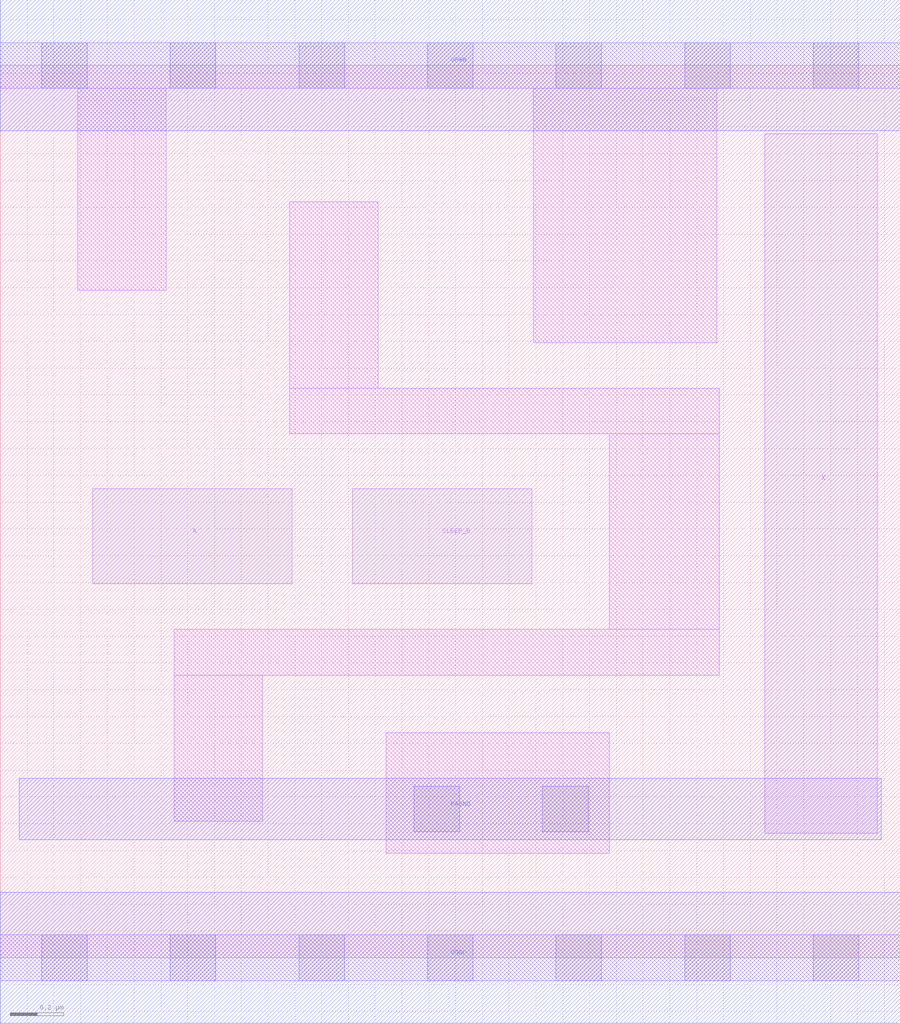
<source format=lef>
# Copyright 2020 The SkyWater PDK Authors
#
# Licensed under the Apache License, Version 2.0 (the "License");
# you may not use this file except in compliance with the License.
# You may obtain a copy of the License at
#
#     https://www.apache.org/licenses/LICENSE-2.0
#
# Unless required by applicable law or agreed to in writing, software
# distributed under the License is distributed on an "AS IS" BASIS,
# WITHOUT WARRANTIES OR CONDITIONS OF ANY KIND, either express or implied.
# See the License for the specific language governing permissions and
# limitations under the License.
#
# SPDX-License-Identifier: Apache-2.0

VERSION 5.7 ;
  NOWIREEXTENSIONATPIN ON ;
  DIVIDERCHAR "/" ;
  BUSBITCHARS "[]" ;
UNITS
  DATABASE MICRONS 200 ;
END UNITS
MACRO sky130_fd_sc_lp__iso0n_lp
  CLASS CORE ;
  FOREIGN sky130_fd_sc_lp__iso0n_lp ;
  ORIGIN  0.000000  0.000000 ;
  SIZE  3.360000 BY  3.330000 ;
  SYMMETRY X Y R90 ;
  SITE unit ;
  PIN A
    ANTENNAGATEAREA  0.189000 ;
    DIRECTION INPUT ;
    USE SIGNAL ;
    PORT
      LAYER li1 ;
        RECT 0.345000 1.395000 1.090000 1.750000 ;
    END
  END A
  PIN SLEEP_B
    ANTENNAGATEAREA  0.189000 ;
    DIRECTION INPUT ;
    USE SIGNAL ;
    PORT
      LAYER li1 ;
        RECT 1.315000 1.395000 1.985000 1.750000 ;
    END
  END SLEEP_B
  PIN X
    ANTENNADIFFAREA  0.445200 ;
    DIRECTION OUTPUT ;
    USE SIGNAL ;
    PORT
      LAYER li1 ;
        RECT 2.855000 0.465000 3.275000 3.075000 ;
    END
  END X
  PIN KAGND
    USE GROUND ;
    PORT
      LAYER met1 ;
        RECT 0.070000 0.440000 3.290000 0.670000 ;
    END
  END KAGND
  PIN VGND
    DIRECTION INOUT ;
    USE GROUND ;
    PORT
      LAYER met1 ;
        RECT 0.000000 -0.245000 3.360000 0.245000 ;
    END
  END VGND
  PIN VPWR
    DIRECTION INOUT ;
    USE POWER ;
    PORT
      LAYER met1 ;
        RECT 0.000000 3.085000 3.360000 3.575000 ;
    END
  END VPWR
  OBS
    LAYER li1 ;
      RECT 0.000000 -0.085000 3.360000 0.085000 ;
      RECT 0.000000  3.245000 3.360000 3.415000 ;
      RECT 0.290000  2.490000 0.620000 3.245000 ;
      RECT 0.650000  0.510000 0.980000 1.055000 ;
      RECT 0.650000  1.055000 2.685000 1.225000 ;
      RECT 1.080000  1.955000 2.685000 2.125000 ;
      RECT 1.080000  2.125000 1.410000 2.820000 ;
      RECT 1.440000  0.390000 2.275000 0.840000 ;
      RECT 1.990000  2.295000 2.675000 3.245000 ;
      RECT 2.275000  1.225000 2.685000 1.955000 ;
    LAYER mcon ;
      RECT 0.155000 -0.085000 0.325000 0.085000 ;
      RECT 0.155000  3.245000 0.325000 3.415000 ;
      RECT 0.635000 -0.085000 0.805000 0.085000 ;
      RECT 0.635000  3.245000 0.805000 3.415000 ;
      RECT 1.115000 -0.085000 1.285000 0.085000 ;
      RECT 1.115000  3.245000 1.285000 3.415000 ;
      RECT 1.545000  0.470000 1.715000 0.640000 ;
      RECT 1.595000 -0.085000 1.765000 0.085000 ;
      RECT 1.595000  3.245000 1.765000 3.415000 ;
      RECT 2.025000  0.470000 2.195000 0.640000 ;
      RECT 2.075000 -0.085000 2.245000 0.085000 ;
      RECT 2.075000  3.245000 2.245000 3.415000 ;
      RECT 2.555000 -0.085000 2.725000 0.085000 ;
      RECT 2.555000  3.245000 2.725000 3.415000 ;
      RECT 3.035000 -0.085000 3.205000 0.085000 ;
      RECT 3.035000  3.245000 3.205000 3.415000 ;
  END
END sky130_fd_sc_lp__iso0n_lp
END LIBRARY

</source>
